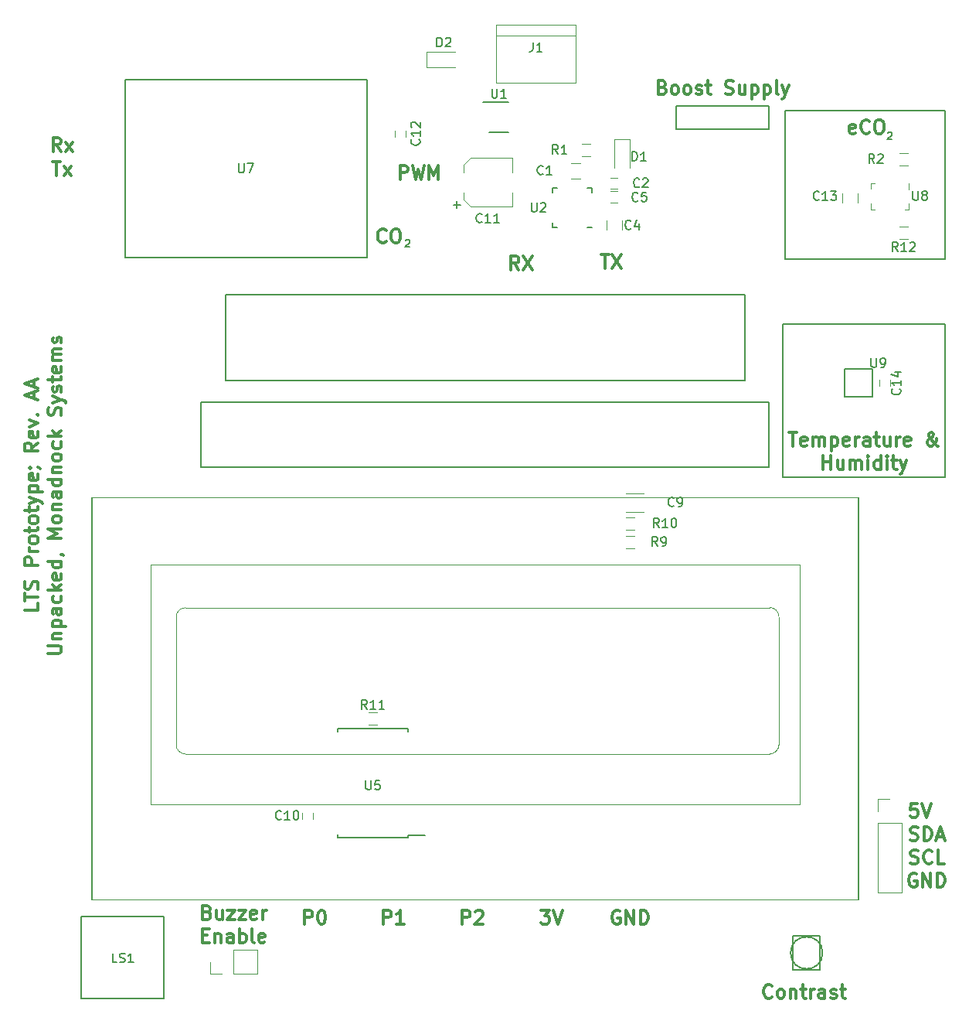
<source format=gbr>
G04 #@! TF.FileFunction,Legend,Top*
%FSLAX46Y46*%
G04 Gerber Fmt 4.6, Leading zero omitted, Abs format (unit mm)*
G04 Created by KiCad (PCBNEW 4.0.7) date Tue Feb 20 19:27:09 2018*
%MOMM*%
%LPD*%
G01*
G04 APERTURE LIST*
%ADD10C,0.025400*%
%ADD11C,0.300000*%
%ADD12C,0.200000*%
%ADD13C,0.190500*%
%ADD14C,0.150000*%
%ADD15C,0.120000*%
%ADD16C,0.100000*%
G04 APERTURE END LIST*
D10*
D11*
X156845143Y-54423571D02*
X157702286Y-54423571D01*
X157273715Y-55923571D02*
X157273715Y-54423571D01*
X158059429Y-54423571D02*
X159059429Y-55923571D01*
X159059429Y-54423571D02*
X158059429Y-55923571D01*
X134798857Y-46144571D02*
X134798857Y-44644571D01*
X135370285Y-44644571D01*
X135513143Y-44716000D01*
X135584571Y-44787429D01*
X135656000Y-44930286D01*
X135656000Y-45144571D01*
X135584571Y-45287429D01*
X135513143Y-45358857D01*
X135370285Y-45430286D01*
X134798857Y-45430286D01*
X136156000Y-44644571D02*
X136513143Y-46144571D01*
X136798857Y-45073143D01*
X137084571Y-46144571D01*
X137441714Y-44644571D01*
X138013143Y-46144571D02*
X138013143Y-44644571D01*
X138513143Y-45716000D01*
X139013143Y-44644571D01*
X139013143Y-46144571D01*
X147832001Y-56050571D02*
X147332001Y-55336286D01*
X146974858Y-56050571D02*
X146974858Y-54550571D01*
X147546286Y-54550571D01*
X147689144Y-54622000D01*
X147760572Y-54693429D01*
X147832001Y-54836286D01*
X147832001Y-55050571D01*
X147760572Y-55193429D01*
X147689144Y-55264857D01*
X147546286Y-55336286D01*
X146974858Y-55336286D01*
X148332001Y-54550571D02*
X149332001Y-56050571D01*
X149332001Y-54550571D02*
X148332001Y-56050571D01*
X96754286Y-44212771D02*
X97611429Y-44212771D01*
X97182858Y-45712771D02*
X97182858Y-44212771D01*
X97968572Y-45712771D02*
X98754286Y-44712771D01*
X97968572Y-44712771D02*
X98754286Y-45712771D01*
X97647143Y-43096571D02*
X97147143Y-42382286D01*
X96790000Y-43096571D02*
X96790000Y-41596571D01*
X97361428Y-41596571D01*
X97504286Y-41668000D01*
X97575714Y-41739429D01*
X97647143Y-41882286D01*
X97647143Y-42096571D01*
X97575714Y-42239429D01*
X97504286Y-42310857D01*
X97361428Y-42382286D01*
X96790000Y-42382286D01*
X98147143Y-43096571D02*
X98932857Y-42096571D01*
X98147143Y-42096571D02*
X98932857Y-43096571D01*
X163608572Y-36087857D02*
X163822858Y-36159286D01*
X163894286Y-36230714D01*
X163965715Y-36373571D01*
X163965715Y-36587857D01*
X163894286Y-36730714D01*
X163822858Y-36802143D01*
X163680000Y-36873571D01*
X163108572Y-36873571D01*
X163108572Y-35373571D01*
X163608572Y-35373571D01*
X163751429Y-35445000D01*
X163822858Y-35516429D01*
X163894286Y-35659286D01*
X163894286Y-35802143D01*
X163822858Y-35945000D01*
X163751429Y-36016429D01*
X163608572Y-36087857D01*
X163108572Y-36087857D01*
X164822858Y-36873571D02*
X164680000Y-36802143D01*
X164608572Y-36730714D01*
X164537143Y-36587857D01*
X164537143Y-36159286D01*
X164608572Y-36016429D01*
X164680000Y-35945000D01*
X164822858Y-35873571D01*
X165037143Y-35873571D01*
X165180000Y-35945000D01*
X165251429Y-36016429D01*
X165322858Y-36159286D01*
X165322858Y-36587857D01*
X165251429Y-36730714D01*
X165180000Y-36802143D01*
X165037143Y-36873571D01*
X164822858Y-36873571D01*
X166180001Y-36873571D02*
X166037143Y-36802143D01*
X165965715Y-36730714D01*
X165894286Y-36587857D01*
X165894286Y-36159286D01*
X165965715Y-36016429D01*
X166037143Y-35945000D01*
X166180001Y-35873571D01*
X166394286Y-35873571D01*
X166537143Y-35945000D01*
X166608572Y-36016429D01*
X166680001Y-36159286D01*
X166680001Y-36587857D01*
X166608572Y-36730714D01*
X166537143Y-36802143D01*
X166394286Y-36873571D01*
X166180001Y-36873571D01*
X167251429Y-36802143D02*
X167394286Y-36873571D01*
X167680001Y-36873571D01*
X167822858Y-36802143D01*
X167894286Y-36659286D01*
X167894286Y-36587857D01*
X167822858Y-36445000D01*
X167680001Y-36373571D01*
X167465715Y-36373571D01*
X167322858Y-36302143D01*
X167251429Y-36159286D01*
X167251429Y-36087857D01*
X167322858Y-35945000D01*
X167465715Y-35873571D01*
X167680001Y-35873571D01*
X167822858Y-35945000D01*
X168322858Y-35873571D02*
X168894287Y-35873571D01*
X168537144Y-35373571D02*
X168537144Y-36659286D01*
X168608572Y-36802143D01*
X168751430Y-36873571D01*
X168894287Y-36873571D01*
X170465715Y-36802143D02*
X170680001Y-36873571D01*
X171037144Y-36873571D01*
X171180001Y-36802143D01*
X171251430Y-36730714D01*
X171322858Y-36587857D01*
X171322858Y-36445000D01*
X171251430Y-36302143D01*
X171180001Y-36230714D01*
X171037144Y-36159286D01*
X170751430Y-36087857D01*
X170608572Y-36016429D01*
X170537144Y-35945000D01*
X170465715Y-35802143D01*
X170465715Y-35659286D01*
X170537144Y-35516429D01*
X170608572Y-35445000D01*
X170751430Y-35373571D01*
X171108572Y-35373571D01*
X171322858Y-35445000D01*
X172608572Y-35873571D02*
X172608572Y-36873571D01*
X171965715Y-35873571D02*
X171965715Y-36659286D01*
X172037143Y-36802143D01*
X172180001Y-36873571D01*
X172394286Y-36873571D01*
X172537143Y-36802143D01*
X172608572Y-36730714D01*
X173322858Y-35873571D02*
X173322858Y-37373571D01*
X173322858Y-35945000D02*
X173465715Y-35873571D01*
X173751429Y-35873571D01*
X173894286Y-35945000D01*
X173965715Y-36016429D01*
X174037144Y-36159286D01*
X174037144Y-36587857D01*
X173965715Y-36730714D01*
X173894286Y-36802143D01*
X173751429Y-36873571D01*
X173465715Y-36873571D01*
X173322858Y-36802143D01*
X174680001Y-35873571D02*
X174680001Y-37373571D01*
X174680001Y-35945000D02*
X174822858Y-35873571D01*
X175108572Y-35873571D01*
X175251429Y-35945000D01*
X175322858Y-36016429D01*
X175394287Y-36159286D01*
X175394287Y-36587857D01*
X175322858Y-36730714D01*
X175251429Y-36802143D01*
X175108572Y-36873571D01*
X174822858Y-36873571D01*
X174680001Y-36802143D01*
X176251430Y-36873571D02*
X176108572Y-36802143D01*
X176037144Y-36659286D01*
X176037144Y-35373571D01*
X176680001Y-35873571D02*
X177037144Y-36873571D01*
X177394286Y-35873571D02*
X177037144Y-36873571D01*
X176894286Y-37230714D01*
X176822858Y-37302143D01*
X176680001Y-37373571D01*
X95161571Y-92593427D02*
X95161571Y-93307713D01*
X93661571Y-93307713D01*
X93661571Y-92307713D02*
X93661571Y-91450570D01*
X95161571Y-91879141D02*
X93661571Y-91879141D01*
X95090143Y-91021999D02*
X95161571Y-90807713D01*
X95161571Y-90450570D01*
X95090143Y-90307713D01*
X95018714Y-90236284D01*
X94875857Y-90164856D01*
X94733000Y-90164856D01*
X94590143Y-90236284D01*
X94518714Y-90307713D01*
X94447286Y-90450570D01*
X94375857Y-90736284D01*
X94304429Y-90879142D01*
X94233000Y-90950570D01*
X94090143Y-91021999D01*
X93947286Y-91021999D01*
X93804429Y-90950570D01*
X93733000Y-90879142D01*
X93661571Y-90736284D01*
X93661571Y-90379142D01*
X93733000Y-90164856D01*
X95161571Y-88379142D02*
X93661571Y-88379142D01*
X93661571Y-87807714D01*
X93733000Y-87664856D01*
X93804429Y-87593428D01*
X93947286Y-87521999D01*
X94161571Y-87521999D01*
X94304429Y-87593428D01*
X94375857Y-87664856D01*
X94447286Y-87807714D01*
X94447286Y-88379142D01*
X95161571Y-86879142D02*
X94161571Y-86879142D01*
X94447286Y-86879142D02*
X94304429Y-86807714D01*
X94233000Y-86736285D01*
X94161571Y-86593428D01*
X94161571Y-86450571D01*
X95161571Y-85736285D02*
X95090143Y-85879143D01*
X95018714Y-85950571D01*
X94875857Y-86022000D01*
X94447286Y-86022000D01*
X94304429Y-85950571D01*
X94233000Y-85879143D01*
X94161571Y-85736285D01*
X94161571Y-85522000D01*
X94233000Y-85379143D01*
X94304429Y-85307714D01*
X94447286Y-85236285D01*
X94875857Y-85236285D01*
X95018714Y-85307714D01*
X95090143Y-85379143D01*
X95161571Y-85522000D01*
X95161571Y-85736285D01*
X94161571Y-84807714D02*
X94161571Y-84236285D01*
X93661571Y-84593428D02*
X94947286Y-84593428D01*
X95090143Y-84522000D01*
X95161571Y-84379142D01*
X95161571Y-84236285D01*
X95161571Y-83521999D02*
X95090143Y-83664857D01*
X95018714Y-83736285D01*
X94875857Y-83807714D01*
X94447286Y-83807714D01*
X94304429Y-83736285D01*
X94233000Y-83664857D01*
X94161571Y-83521999D01*
X94161571Y-83307714D01*
X94233000Y-83164857D01*
X94304429Y-83093428D01*
X94447286Y-83021999D01*
X94875857Y-83021999D01*
X95018714Y-83093428D01*
X95090143Y-83164857D01*
X95161571Y-83307714D01*
X95161571Y-83521999D01*
X94161571Y-82593428D02*
X94161571Y-82021999D01*
X93661571Y-82379142D02*
X94947286Y-82379142D01*
X95090143Y-82307714D01*
X95161571Y-82164856D01*
X95161571Y-82021999D01*
X94161571Y-81664856D02*
X95161571Y-81307713D01*
X94161571Y-80950571D02*
X95161571Y-81307713D01*
X95518714Y-81450571D01*
X95590143Y-81521999D01*
X95661571Y-81664856D01*
X94161571Y-80379142D02*
X95661571Y-80379142D01*
X94233000Y-80379142D02*
X94161571Y-80236285D01*
X94161571Y-79950571D01*
X94233000Y-79807714D01*
X94304429Y-79736285D01*
X94447286Y-79664856D01*
X94875857Y-79664856D01*
X95018714Y-79736285D01*
X95090143Y-79807714D01*
X95161571Y-79950571D01*
X95161571Y-80236285D01*
X95090143Y-80379142D01*
X95090143Y-78450571D02*
X95161571Y-78593428D01*
X95161571Y-78879142D01*
X95090143Y-79021999D01*
X94947286Y-79093428D01*
X94375857Y-79093428D01*
X94233000Y-79021999D01*
X94161571Y-78879142D01*
X94161571Y-78593428D01*
X94233000Y-78450571D01*
X94375857Y-78379142D01*
X94518714Y-78379142D01*
X94661571Y-79093428D01*
X95090143Y-77664857D02*
X95161571Y-77664857D01*
X95304429Y-77736285D01*
X95375857Y-77807714D01*
X94233000Y-77736285D02*
X94304429Y-77664857D01*
X94375857Y-77736285D01*
X94304429Y-77807714D01*
X94233000Y-77736285D01*
X94375857Y-77736285D01*
X95161571Y-75021999D02*
X94447286Y-75521999D01*
X95161571Y-75879142D02*
X93661571Y-75879142D01*
X93661571Y-75307714D01*
X93733000Y-75164856D01*
X93804429Y-75093428D01*
X93947286Y-75021999D01*
X94161571Y-75021999D01*
X94304429Y-75093428D01*
X94375857Y-75164856D01*
X94447286Y-75307714D01*
X94447286Y-75879142D01*
X95090143Y-73807714D02*
X95161571Y-73950571D01*
X95161571Y-74236285D01*
X95090143Y-74379142D01*
X94947286Y-74450571D01*
X94375857Y-74450571D01*
X94233000Y-74379142D01*
X94161571Y-74236285D01*
X94161571Y-73950571D01*
X94233000Y-73807714D01*
X94375857Y-73736285D01*
X94518714Y-73736285D01*
X94661571Y-74450571D01*
X94161571Y-73236285D02*
X95161571Y-72879142D01*
X94161571Y-72522000D01*
X95018714Y-71950571D02*
X95090143Y-71879143D01*
X95161571Y-71950571D01*
X95090143Y-72022000D01*
X95018714Y-71950571D01*
X95161571Y-71950571D01*
X94733000Y-70164857D02*
X94733000Y-69450571D01*
X95161571Y-70307714D02*
X93661571Y-69807714D01*
X95161571Y-69307714D01*
X94733000Y-68879143D02*
X94733000Y-68164857D01*
X95161571Y-69022000D02*
X93661571Y-68522000D01*
X95161571Y-68022000D01*
X96211571Y-98057715D02*
X97425857Y-98057715D01*
X97568714Y-97986287D01*
X97640143Y-97914858D01*
X97711571Y-97772001D01*
X97711571Y-97486287D01*
X97640143Y-97343429D01*
X97568714Y-97272001D01*
X97425857Y-97200572D01*
X96211571Y-97200572D01*
X96711571Y-96486286D02*
X97711571Y-96486286D01*
X96854429Y-96486286D02*
X96783000Y-96414858D01*
X96711571Y-96272000D01*
X96711571Y-96057715D01*
X96783000Y-95914858D01*
X96925857Y-95843429D01*
X97711571Y-95843429D01*
X96711571Y-95129143D02*
X98211571Y-95129143D01*
X96783000Y-95129143D02*
X96711571Y-94986286D01*
X96711571Y-94700572D01*
X96783000Y-94557715D01*
X96854429Y-94486286D01*
X96997286Y-94414857D01*
X97425857Y-94414857D01*
X97568714Y-94486286D01*
X97640143Y-94557715D01*
X97711571Y-94700572D01*
X97711571Y-94986286D01*
X97640143Y-95129143D01*
X97711571Y-93129143D02*
X96925857Y-93129143D01*
X96783000Y-93200572D01*
X96711571Y-93343429D01*
X96711571Y-93629143D01*
X96783000Y-93772000D01*
X97640143Y-93129143D02*
X97711571Y-93272000D01*
X97711571Y-93629143D01*
X97640143Y-93772000D01*
X97497286Y-93843429D01*
X97354429Y-93843429D01*
X97211571Y-93772000D01*
X97140143Y-93629143D01*
X97140143Y-93272000D01*
X97068714Y-93129143D01*
X97640143Y-91772000D02*
X97711571Y-91914857D01*
X97711571Y-92200571D01*
X97640143Y-92343429D01*
X97568714Y-92414857D01*
X97425857Y-92486286D01*
X96997286Y-92486286D01*
X96854429Y-92414857D01*
X96783000Y-92343429D01*
X96711571Y-92200571D01*
X96711571Y-91914857D01*
X96783000Y-91772000D01*
X97711571Y-91129143D02*
X96211571Y-91129143D01*
X97140143Y-90986286D02*
X97711571Y-90557715D01*
X96711571Y-90557715D02*
X97283000Y-91129143D01*
X97640143Y-89343429D02*
X97711571Y-89486286D01*
X97711571Y-89772000D01*
X97640143Y-89914857D01*
X97497286Y-89986286D01*
X96925857Y-89986286D01*
X96783000Y-89914857D01*
X96711571Y-89772000D01*
X96711571Y-89486286D01*
X96783000Y-89343429D01*
X96925857Y-89272000D01*
X97068714Y-89272000D01*
X97211571Y-89986286D01*
X97711571Y-87986286D02*
X96211571Y-87986286D01*
X97640143Y-87986286D02*
X97711571Y-88129143D01*
X97711571Y-88414857D01*
X97640143Y-88557715D01*
X97568714Y-88629143D01*
X97425857Y-88700572D01*
X96997286Y-88700572D01*
X96854429Y-88629143D01*
X96783000Y-88557715D01*
X96711571Y-88414857D01*
X96711571Y-88129143D01*
X96783000Y-87986286D01*
X97640143Y-87200572D02*
X97711571Y-87200572D01*
X97854429Y-87272000D01*
X97925857Y-87343429D01*
X97711571Y-85414857D02*
X96211571Y-85414857D01*
X97283000Y-84914857D01*
X96211571Y-84414857D01*
X97711571Y-84414857D01*
X97711571Y-83486285D02*
X97640143Y-83629143D01*
X97568714Y-83700571D01*
X97425857Y-83772000D01*
X96997286Y-83772000D01*
X96854429Y-83700571D01*
X96783000Y-83629143D01*
X96711571Y-83486285D01*
X96711571Y-83272000D01*
X96783000Y-83129143D01*
X96854429Y-83057714D01*
X96997286Y-82986285D01*
X97425857Y-82986285D01*
X97568714Y-83057714D01*
X97640143Y-83129143D01*
X97711571Y-83272000D01*
X97711571Y-83486285D01*
X96711571Y-82343428D02*
X97711571Y-82343428D01*
X96854429Y-82343428D02*
X96783000Y-82272000D01*
X96711571Y-82129142D01*
X96711571Y-81914857D01*
X96783000Y-81772000D01*
X96925857Y-81700571D01*
X97711571Y-81700571D01*
X97711571Y-80343428D02*
X96925857Y-80343428D01*
X96783000Y-80414857D01*
X96711571Y-80557714D01*
X96711571Y-80843428D01*
X96783000Y-80986285D01*
X97640143Y-80343428D02*
X97711571Y-80486285D01*
X97711571Y-80843428D01*
X97640143Y-80986285D01*
X97497286Y-81057714D01*
X97354429Y-81057714D01*
X97211571Y-80986285D01*
X97140143Y-80843428D01*
X97140143Y-80486285D01*
X97068714Y-80343428D01*
X97711571Y-78986285D02*
X96211571Y-78986285D01*
X97640143Y-78986285D02*
X97711571Y-79129142D01*
X97711571Y-79414856D01*
X97640143Y-79557714D01*
X97568714Y-79629142D01*
X97425857Y-79700571D01*
X96997286Y-79700571D01*
X96854429Y-79629142D01*
X96783000Y-79557714D01*
X96711571Y-79414856D01*
X96711571Y-79129142D01*
X96783000Y-78986285D01*
X96711571Y-78271999D02*
X97711571Y-78271999D01*
X96854429Y-78271999D02*
X96783000Y-78200571D01*
X96711571Y-78057713D01*
X96711571Y-77843428D01*
X96783000Y-77700571D01*
X96925857Y-77629142D01*
X97711571Y-77629142D01*
X97711571Y-76700570D02*
X97640143Y-76843428D01*
X97568714Y-76914856D01*
X97425857Y-76986285D01*
X96997286Y-76986285D01*
X96854429Y-76914856D01*
X96783000Y-76843428D01*
X96711571Y-76700570D01*
X96711571Y-76486285D01*
X96783000Y-76343428D01*
X96854429Y-76271999D01*
X96997286Y-76200570D01*
X97425857Y-76200570D01*
X97568714Y-76271999D01*
X97640143Y-76343428D01*
X97711571Y-76486285D01*
X97711571Y-76700570D01*
X97640143Y-74914856D02*
X97711571Y-75057713D01*
X97711571Y-75343427D01*
X97640143Y-75486285D01*
X97568714Y-75557713D01*
X97425857Y-75629142D01*
X96997286Y-75629142D01*
X96854429Y-75557713D01*
X96783000Y-75486285D01*
X96711571Y-75343427D01*
X96711571Y-75057713D01*
X96783000Y-74914856D01*
X97711571Y-74271999D02*
X96211571Y-74271999D01*
X97140143Y-74129142D02*
X97711571Y-73700571D01*
X96711571Y-73700571D02*
X97283000Y-74271999D01*
X97640143Y-71986285D02*
X97711571Y-71771999D01*
X97711571Y-71414856D01*
X97640143Y-71271999D01*
X97568714Y-71200570D01*
X97425857Y-71129142D01*
X97283000Y-71129142D01*
X97140143Y-71200570D01*
X97068714Y-71271999D01*
X96997286Y-71414856D01*
X96925857Y-71700570D01*
X96854429Y-71843428D01*
X96783000Y-71914856D01*
X96640143Y-71986285D01*
X96497286Y-71986285D01*
X96354429Y-71914856D01*
X96283000Y-71843428D01*
X96211571Y-71700570D01*
X96211571Y-71343428D01*
X96283000Y-71129142D01*
X96711571Y-70629142D02*
X97711571Y-70271999D01*
X96711571Y-69914857D02*
X97711571Y-70271999D01*
X98068714Y-70414857D01*
X98140143Y-70486285D01*
X98211571Y-70629142D01*
X97640143Y-69414857D02*
X97711571Y-69272000D01*
X97711571Y-68986285D01*
X97640143Y-68843428D01*
X97497286Y-68772000D01*
X97425857Y-68772000D01*
X97283000Y-68843428D01*
X97211571Y-68986285D01*
X97211571Y-69200571D01*
X97140143Y-69343428D01*
X96997286Y-69414857D01*
X96925857Y-69414857D01*
X96783000Y-69343428D01*
X96711571Y-69200571D01*
X96711571Y-68986285D01*
X96783000Y-68843428D01*
X96711571Y-68343428D02*
X96711571Y-67771999D01*
X96211571Y-68129142D02*
X97497286Y-68129142D01*
X97640143Y-68057714D01*
X97711571Y-67914856D01*
X97711571Y-67771999D01*
X97640143Y-66700571D02*
X97711571Y-66843428D01*
X97711571Y-67129142D01*
X97640143Y-67271999D01*
X97497286Y-67343428D01*
X96925857Y-67343428D01*
X96783000Y-67271999D01*
X96711571Y-67129142D01*
X96711571Y-66843428D01*
X96783000Y-66700571D01*
X96925857Y-66629142D01*
X97068714Y-66629142D01*
X97211571Y-67343428D01*
X97711571Y-65986285D02*
X96711571Y-65986285D01*
X96854429Y-65986285D02*
X96783000Y-65914857D01*
X96711571Y-65771999D01*
X96711571Y-65557714D01*
X96783000Y-65414857D01*
X96925857Y-65343428D01*
X97711571Y-65343428D01*
X96925857Y-65343428D02*
X96783000Y-65271999D01*
X96711571Y-65129142D01*
X96711571Y-64914857D01*
X96783000Y-64771999D01*
X96925857Y-64700571D01*
X97711571Y-64700571D01*
X97640143Y-64057714D02*
X97711571Y-63914857D01*
X97711571Y-63629142D01*
X97640143Y-63486285D01*
X97497286Y-63414857D01*
X97425857Y-63414857D01*
X97283000Y-63486285D01*
X97211571Y-63629142D01*
X97211571Y-63843428D01*
X97140143Y-63986285D01*
X96997286Y-64057714D01*
X96925857Y-64057714D01*
X96783000Y-63986285D01*
X96711571Y-63843428D01*
X96711571Y-63629142D01*
X96783000Y-63486285D01*
D12*
X194564000Y-61976000D02*
X192786000Y-61976000D01*
X194564000Y-78740000D02*
X194564000Y-76454000D01*
X191262000Y-78740000D02*
X194564000Y-78740000D01*
X176784000Y-78740000D02*
X176784000Y-76454000D01*
X176784000Y-61976000D02*
X178308000Y-61976000D01*
D11*
X158877143Y-126250000D02*
X158734286Y-126178571D01*
X158520000Y-126178571D01*
X158305715Y-126250000D01*
X158162857Y-126392857D01*
X158091429Y-126535714D01*
X158020000Y-126821429D01*
X158020000Y-127035714D01*
X158091429Y-127321429D01*
X158162857Y-127464286D01*
X158305715Y-127607143D01*
X158520000Y-127678571D01*
X158662857Y-127678571D01*
X158877143Y-127607143D01*
X158948572Y-127535714D01*
X158948572Y-127035714D01*
X158662857Y-127035714D01*
X159591429Y-127678571D02*
X159591429Y-126178571D01*
X160448572Y-127678571D01*
X160448572Y-126178571D01*
X161162858Y-127678571D02*
X161162858Y-126178571D01*
X161520001Y-126178571D01*
X161734286Y-126250000D01*
X161877144Y-126392857D01*
X161948572Y-126535714D01*
X162020001Y-126821429D01*
X162020001Y-127035714D01*
X161948572Y-127321429D01*
X161877144Y-127464286D01*
X161734286Y-127607143D01*
X161520001Y-127678571D01*
X161162858Y-127678571D01*
X150241144Y-126178571D02*
X151169715Y-126178571D01*
X150669715Y-126750000D01*
X150884001Y-126750000D01*
X151026858Y-126821429D01*
X151098287Y-126892857D01*
X151169715Y-127035714D01*
X151169715Y-127392857D01*
X151098287Y-127535714D01*
X151026858Y-127607143D01*
X150884001Y-127678571D01*
X150455429Y-127678571D01*
X150312572Y-127607143D01*
X150241144Y-127535714D01*
X151598286Y-126178571D02*
X152098286Y-127678571D01*
X152598286Y-126178571D01*
X141640858Y-127678571D02*
X141640858Y-126178571D01*
X142212286Y-126178571D01*
X142355144Y-126250000D01*
X142426572Y-126321429D01*
X142498001Y-126464286D01*
X142498001Y-126678571D01*
X142426572Y-126821429D01*
X142355144Y-126892857D01*
X142212286Y-126964286D01*
X141640858Y-126964286D01*
X143069429Y-126321429D02*
X143140858Y-126250000D01*
X143283715Y-126178571D01*
X143640858Y-126178571D01*
X143783715Y-126250000D01*
X143855144Y-126321429D01*
X143926572Y-126464286D01*
X143926572Y-126607143D01*
X143855144Y-126821429D01*
X142998001Y-127678571D01*
X143926572Y-127678571D01*
X133004858Y-127678571D02*
X133004858Y-126178571D01*
X133576286Y-126178571D01*
X133719144Y-126250000D01*
X133790572Y-126321429D01*
X133862001Y-126464286D01*
X133862001Y-126678571D01*
X133790572Y-126821429D01*
X133719144Y-126892857D01*
X133576286Y-126964286D01*
X133004858Y-126964286D01*
X135290572Y-127678571D02*
X134433429Y-127678571D01*
X134862001Y-127678571D02*
X134862001Y-126178571D01*
X134719144Y-126392857D01*
X134576286Y-126535714D01*
X134433429Y-126607143D01*
X124368858Y-127678571D02*
X124368858Y-126178571D01*
X124940286Y-126178571D01*
X125083144Y-126250000D01*
X125154572Y-126321429D01*
X125226001Y-126464286D01*
X125226001Y-126678571D01*
X125154572Y-126821429D01*
X125083144Y-126892857D01*
X124940286Y-126964286D01*
X124368858Y-126964286D01*
X126154572Y-126178571D02*
X126297429Y-126178571D01*
X126440286Y-126250000D01*
X126511715Y-126321429D01*
X126583144Y-126464286D01*
X126654572Y-126750000D01*
X126654572Y-127107143D01*
X126583144Y-127392857D01*
X126511715Y-127535714D01*
X126440286Y-127607143D01*
X126297429Y-127678571D01*
X126154572Y-127678571D01*
X126011715Y-127607143D01*
X125940286Y-127535714D01*
X125868858Y-127392857D01*
X125797429Y-127107143D01*
X125797429Y-126750000D01*
X125868858Y-126464286D01*
X125940286Y-126321429D01*
X126011715Y-126250000D01*
X126154572Y-126178571D01*
D13*
X135418286Y-52842886D02*
X135454572Y-52806600D01*
X135527143Y-52770314D01*
X135708572Y-52770314D01*
X135781143Y-52806600D01*
X135817429Y-52842886D01*
X135853714Y-52915457D01*
X135853714Y-52988029D01*
X135817429Y-53096886D01*
X135382000Y-53532314D01*
X135853714Y-53532314D01*
D11*
X133282572Y-52961314D02*
X133211143Y-53032743D01*
X132996857Y-53104171D01*
X132854000Y-53104171D01*
X132639715Y-53032743D01*
X132496857Y-52889886D01*
X132425429Y-52747029D01*
X132354000Y-52461314D01*
X132354000Y-52247029D01*
X132425429Y-51961314D01*
X132496857Y-51818457D01*
X132639715Y-51675600D01*
X132854000Y-51604171D01*
X132996857Y-51604171D01*
X133211143Y-51675600D01*
X133282572Y-51747029D01*
X134211143Y-51604171D02*
X134496857Y-51604171D01*
X134639715Y-51675600D01*
X134782572Y-51818457D01*
X134854000Y-52104171D01*
X134854000Y-52604171D01*
X134782572Y-52889886D01*
X134639715Y-53032743D01*
X134496857Y-53104171D01*
X134211143Y-53104171D01*
X134068286Y-53032743D01*
X133925429Y-52889886D01*
X133854000Y-52604171D01*
X133854000Y-52104171D01*
X133925429Y-51818457D01*
X134068286Y-51675600D01*
X134211143Y-51604171D01*
D12*
X194564000Y-38608000D02*
X177038000Y-38608000D01*
X194564000Y-54864000D02*
X194564000Y-38608000D01*
X177038000Y-54864000D02*
X194564000Y-54864000D01*
X177038000Y-38608000D02*
X177038000Y-54864000D01*
D11*
X177424001Y-73849571D02*
X178281144Y-73849571D01*
X177852573Y-75349571D02*
X177852573Y-73849571D01*
X179352572Y-75278143D02*
X179209715Y-75349571D01*
X178924001Y-75349571D01*
X178781144Y-75278143D01*
X178709715Y-75135286D01*
X178709715Y-74563857D01*
X178781144Y-74421000D01*
X178924001Y-74349571D01*
X179209715Y-74349571D01*
X179352572Y-74421000D01*
X179424001Y-74563857D01*
X179424001Y-74706714D01*
X178709715Y-74849571D01*
X180066858Y-75349571D02*
X180066858Y-74349571D01*
X180066858Y-74492429D02*
X180138286Y-74421000D01*
X180281144Y-74349571D01*
X180495429Y-74349571D01*
X180638286Y-74421000D01*
X180709715Y-74563857D01*
X180709715Y-75349571D01*
X180709715Y-74563857D02*
X180781144Y-74421000D01*
X180924001Y-74349571D01*
X181138286Y-74349571D01*
X181281144Y-74421000D01*
X181352572Y-74563857D01*
X181352572Y-75349571D01*
X182066858Y-74349571D02*
X182066858Y-75849571D01*
X182066858Y-74421000D02*
X182209715Y-74349571D01*
X182495429Y-74349571D01*
X182638286Y-74421000D01*
X182709715Y-74492429D01*
X182781144Y-74635286D01*
X182781144Y-75063857D01*
X182709715Y-75206714D01*
X182638286Y-75278143D01*
X182495429Y-75349571D01*
X182209715Y-75349571D01*
X182066858Y-75278143D01*
X183995429Y-75278143D02*
X183852572Y-75349571D01*
X183566858Y-75349571D01*
X183424001Y-75278143D01*
X183352572Y-75135286D01*
X183352572Y-74563857D01*
X183424001Y-74421000D01*
X183566858Y-74349571D01*
X183852572Y-74349571D01*
X183995429Y-74421000D01*
X184066858Y-74563857D01*
X184066858Y-74706714D01*
X183352572Y-74849571D01*
X184709715Y-75349571D02*
X184709715Y-74349571D01*
X184709715Y-74635286D02*
X184781143Y-74492429D01*
X184852572Y-74421000D01*
X184995429Y-74349571D01*
X185138286Y-74349571D01*
X186281143Y-75349571D02*
X186281143Y-74563857D01*
X186209714Y-74421000D01*
X186066857Y-74349571D01*
X185781143Y-74349571D01*
X185638286Y-74421000D01*
X186281143Y-75278143D02*
X186138286Y-75349571D01*
X185781143Y-75349571D01*
X185638286Y-75278143D01*
X185566857Y-75135286D01*
X185566857Y-74992429D01*
X185638286Y-74849571D01*
X185781143Y-74778143D01*
X186138286Y-74778143D01*
X186281143Y-74706714D01*
X186781143Y-74349571D02*
X187352572Y-74349571D01*
X186995429Y-73849571D02*
X186995429Y-75135286D01*
X187066857Y-75278143D01*
X187209715Y-75349571D01*
X187352572Y-75349571D01*
X188495429Y-74349571D02*
X188495429Y-75349571D01*
X187852572Y-74349571D02*
X187852572Y-75135286D01*
X187924000Y-75278143D01*
X188066858Y-75349571D01*
X188281143Y-75349571D01*
X188424000Y-75278143D01*
X188495429Y-75206714D01*
X189209715Y-75349571D02*
X189209715Y-74349571D01*
X189209715Y-74635286D02*
X189281143Y-74492429D01*
X189352572Y-74421000D01*
X189495429Y-74349571D01*
X189638286Y-74349571D01*
X190709714Y-75278143D02*
X190566857Y-75349571D01*
X190281143Y-75349571D01*
X190138286Y-75278143D01*
X190066857Y-75135286D01*
X190066857Y-74563857D01*
X190138286Y-74421000D01*
X190281143Y-74349571D01*
X190566857Y-74349571D01*
X190709714Y-74421000D01*
X190781143Y-74563857D01*
X190781143Y-74706714D01*
X190066857Y-74849571D01*
X193781143Y-75349571D02*
X193709714Y-75349571D01*
X193566857Y-75278143D01*
X193352571Y-75063857D01*
X192995428Y-74635286D01*
X192852571Y-74421000D01*
X192781143Y-74206714D01*
X192781143Y-74063857D01*
X192852571Y-73921000D01*
X192995428Y-73849571D01*
X193066857Y-73849571D01*
X193209714Y-73921000D01*
X193281143Y-74063857D01*
X193281143Y-74135286D01*
X193209714Y-74278143D01*
X193138285Y-74349571D01*
X192709714Y-74635286D01*
X192638285Y-74706714D01*
X192566857Y-74849571D01*
X192566857Y-75063857D01*
X192638285Y-75206714D01*
X192709714Y-75278143D01*
X192852571Y-75349571D01*
X193066857Y-75349571D01*
X193209714Y-75278143D01*
X193281143Y-75206714D01*
X193495428Y-74921000D01*
X193566857Y-74706714D01*
X193566857Y-74563857D01*
X181174000Y-77899571D02*
X181174000Y-76399571D01*
X181174000Y-77113857D02*
X182031143Y-77113857D01*
X182031143Y-77899571D02*
X182031143Y-76399571D01*
X183388286Y-76899571D02*
X183388286Y-77899571D01*
X182745429Y-76899571D02*
X182745429Y-77685286D01*
X182816857Y-77828143D01*
X182959715Y-77899571D01*
X183174000Y-77899571D01*
X183316857Y-77828143D01*
X183388286Y-77756714D01*
X184102572Y-77899571D02*
X184102572Y-76899571D01*
X184102572Y-77042429D02*
X184174000Y-76971000D01*
X184316858Y-76899571D01*
X184531143Y-76899571D01*
X184674000Y-76971000D01*
X184745429Y-77113857D01*
X184745429Y-77899571D01*
X184745429Y-77113857D02*
X184816858Y-76971000D01*
X184959715Y-76899571D01*
X185174000Y-76899571D01*
X185316858Y-76971000D01*
X185388286Y-77113857D01*
X185388286Y-77899571D01*
X186102572Y-77899571D02*
X186102572Y-76899571D01*
X186102572Y-76399571D02*
X186031143Y-76471000D01*
X186102572Y-76542429D01*
X186174000Y-76471000D01*
X186102572Y-76399571D01*
X186102572Y-76542429D01*
X187459715Y-77899571D02*
X187459715Y-76399571D01*
X187459715Y-77828143D02*
X187316858Y-77899571D01*
X187031144Y-77899571D01*
X186888286Y-77828143D01*
X186816858Y-77756714D01*
X186745429Y-77613857D01*
X186745429Y-77185286D01*
X186816858Y-77042429D01*
X186888286Y-76971000D01*
X187031144Y-76899571D01*
X187316858Y-76899571D01*
X187459715Y-76971000D01*
X188174001Y-77899571D02*
X188174001Y-76899571D01*
X188174001Y-76399571D02*
X188102572Y-76471000D01*
X188174001Y-76542429D01*
X188245429Y-76471000D01*
X188174001Y-76399571D01*
X188174001Y-76542429D01*
X188674001Y-76899571D02*
X189245430Y-76899571D01*
X188888287Y-76399571D02*
X188888287Y-77685286D01*
X188959715Y-77828143D01*
X189102573Y-77899571D01*
X189245430Y-77899571D01*
X189602573Y-76899571D02*
X189959716Y-77899571D01*
X190316858Y-76899571D02*
X189959716Y-77899571D01*
X189816858Y-78256714D01*
X189745430Y-78328143D01*
X189602573Y-78399571D01*
D12*
X176784000Y-76454000D02*
X176784000Y-61976000D01*
X191262000Y-78740000D02*
X176784000Y-78740000D01*
X194564000Y-61976000D02*
X194564000Y-76454000D01*
X178308000Y-61976000D02*
X192786000Y-61976000D01*
D13*
X188250286Y-41057286D02*
X188286572Y-41021000D01*
X188359143Y-40984714D01*
X188540572Y-40984714D01*
X188613143Y-41021000D01*
X188649429Y-41057286D01*
X188685714Y-41129857D01*
X188685714Y-41202429D01*
X188649429Y-41311286D01*
X188214000Y-41746714D01*
X188685714Y-41746714D01*
D11*
X184678000Y-41069343D02*
X184535143Y-41140771D01*
X184249429Y-41140771D01*
X184106572Y-41069343D01*
X184035143Y-40926486D01*
X184035143Y-40355057D01*
X184106572Y-40212200D01*
X184249429Y-40140771D01*
X184535143Y-40140771D01*
X184678000Y-40212200D01*
X184749429Y-40355057D01*
X184749429Y-40497914D01*
X184035143Y-40640771D01*
X186249429Y-40997914D02*
X186178000Y-41069343D01*
X185963714Y-41140771D01*
X185820857Y-41140771D01*
X185606572Y-41069343D01*
X185463714Y-40926486D01*
X185392286Y-40783629D01*
X185320857Y-40497914D01*
X185320857Y-40283629D01*
X185392286Y-39997914D01*
X185463714Y-39855057D01*
X185606572Y-39712200D01*
X185820857Y-39640771D01*
X185963714Y-39640771D01*
X186178000Y-39712200D01*
X186249429Y-39783629D01*
X187178000Y-39640771D02*
X187463714Y-39640771D01*
X187606572Y-39712200D01*
X187749429Y-39855057D01*
X187820857Y-40140771D01*
X187820857Y-40640771D01*
X187749429Y-40926486D01*
X187606572Y-41069343D01*
X187463714Y-41140771D01*
X187178000Y-41140771D01*
X187035143Y-41069343D01*
X186892286Y-40926486D01*
X186820857Y-40640771D01*
X186820857Y-40140771D01*
X186892286Y-39855057D01*
X187035143Y-39712200D01*
X187178000Y-39640771D01*
X175570000Y-135663714D02*
X175498571Y-135735143D01*
X175284285Y-135806571D01*
X175141428Y-135806571D01*
X174927143Y-135735143D01*
X174784285Y-135592286D01*
X174712857Y-135449429D01*
X174641428Y-135163714D01*
X174641428Y-134949429D01*
X174712857Y-134663714D01*
X174784285Y-134520857D01*
X174927143Y-134378000D01*
X175141428Y-134306571D01*
X175284285Y-134306571D01*
X175498571Y-134378000D01*
X175570000Y-134449429D01*
X176427143Y-135806571D02*
X176284285Y-135735143D01*
X176212857Y-135663714D01*
X176141428Y-135520857D01*
X176141428Y-135092286D01*
X176212857Y-134949429D01*
X176284285Y-134878000D01*
X176427143Y-134806571D01*
X176641428Y-134806571D01*
X176784285Y-134878000D01*
X176855714Y-134949429D01*
X176927143Y-135092286D01*
X176927143Y-135520857D01*
X176855714Y-135663714D01*
X176784285Y-135735143D01*
X176641428Y-135806571D01*
X176427143Y-135806571D01*
X177570000Y-134806571D02*
X177570000Y-135806571D01*
X177570000Y-134949429D02*
X177641428Y-134878000D01*
X177784286Y-134806571D01*
X177998571Y-134806571D01*
X178141428Y-134878000D01*
X178212857Y-135020857D01*
X178212857Y-135806571D01*
X178712857Y-134806571D02*
X179284286Y-134806571D01*
X178927143Y-134306571D02*
X178927143Y-135592286D01*
X178998571Y-135735143D01*
X179141429Y-135806571D01*
X179284286Y-135806571D01*
X179784286Y-135806571D02*
X179784286Y-134806571D01*
X179784286Y-135092286D02*
X179855714Y-134949429D01*
X179927143Y-134878000D01*
X180070000Y-134806571D01*
X180212857Y-134806571D01*
X181355714Y-135806571D02*
X181355714Y-135020857D01*
X181284285Y-134878000D01*
X181141428Y-134806571D01*
X180855714Y-134806571D01*
X180712857Y-134878000D01*
X181355714Y-135735143D02*
X181212857Y-135806571D01*
X180855714Y-135806571D01*
X180712857Y-135735143D01*
X180641428Y-135592286D01*
X180641428Y-135449429D01*
X180712857Y-135306571D01*
X180855714Y-135235143D01*
X181212857Y-135235143D01*
X181355714Y-135163714D01*
X181998571Y-135735143D02*
X182141428Y-135806571D01*
X182427143Y-135806571D01*
X182570000Y-135735143D01*
X182641428Y-135592286D01*
X182641428Y-135520857D01*
X182570000Y-135378000D01*
X182427143Y-135306571D01*
X182212857Y-135306571D01*
X182070000Y-135235143D01*
X181998571Y-135092286D01*
X181998571Y-135020857D01*
X182070000Y-134878000D01*
X182212857Y-134806571D01*
X182427143Y-134806571D01*
X182570000Y-134878000D01*
X183070000Y-134806571D02*
X183641429Y-134806571D01*
X183284286Y-134306571D02*
X183284286Y-135592286D01*
X183355714Y-135735143D01*
X183498572Y-135806571D01*
X183641429Y-135806571D01*
X191389143Y-122186000D02*
X191246286Y-122114571D01*
X191032000Y-122114571D01*
X190817715Y-122186000D01*
X190674857Y-122328857D01*
X190603429Y-122471714D01*
X190532000Y-122757429D01*
X190532000Y-122971714D01*
X190603429Y-123257429D01*
X190674857Y-123400286D01*
X190817715Y-123543143D01*
X191032000Y-123614571D01*
X191174857Y-123614571D01*
X191389143Y-123543143D01*
X191460572Y-123471714D01*
X191460572Y-122971714D01*
X191174857Y-122971714D01*
X192103429Y-123614571D02*
X192103429Y-122114571D01*
X192960572Y-123614571D01*
X192960572Y-122114571D01*
X193674858Y-123614571D02*
X193674858Y-122114571D01*
X194032001Y-122114571D01*
X194246286Y-122186000D01*
X194389144Y-122328857D01*
X194460572Y-122471714D01*
X194532001Y-122757429D01*
X194532001Y-122971714D01*
X194460572Y-123257429D01*
X194389144Y-123400286D01*
X194246286Y-123543143D01*
X194032001Y-123614571D01*
X193674858Y-123614571D01*
X190746286Y-121003143D02*
X190960572Y-121074571D01*
X191317715Y-121074571D01*
X191460572Y-121003143D01*
X191532001Y-120931714D01*
X191603429Y-120788857D01*
X191603429Y-120646000D01*
X191532001Y-120503143D01*
X191460572Y-120431714D01*
X191317715Y-120360286D01*
X191032001Y-120288857D01*
X190889143Y-120217429D01*
X190817715Y-120146000D01*
X190746286Y-120003143D01*
X190746286Y-119860286D01*
X190817715Y-119717429D01*
X190889143Y-119646000D01*
X191032001Y-119574571D01*
X191389143Y-119574571D01*
X191603429Y-119646000D01*
X193103429Y-120931714D02*
X193032000Y-121003143D01*
X192817714Y-121074571D01*
X192674857Y-121074571D01*
X192460572Y-121003143D01*
X192317714Y-120860286D01*
X192246286Y-120717429D01*
X192174857Y-120431714D01*
X192174857Y-120217429D01*
X192246286Y-119931714D01*
X192317714Y-119788857D01*
X192460572Y-119646000D01*
X192674857Y-119574571D01*
X192817714Y-119574571D01*
X193032000Y-119646000D01*
X193103429Y-119717429D01*
X194460572Y-121074571D02*
X193746286Y-121074571D01*
X193746286Y-119574571D01*
X190710572Y-118463143D02*
X190924858Y-118534571D01*
X191282001Y-118534571D01*
X191424858Y-118463143D01*
X191496287Y-118391714D01*
X191567715Y-118248857D01*
X191567715Y-118106000D01*
X191496287Y-117963143D01*
X191424858Y-117891714D01*
X191282001Y-117820286D01*
X190996287Y-117748857D01*
X190853429Y-117677429D01*
X190782001Y-117606000D01*
X190710572Y-117463143D01*
X190710572Y-117320286D01*
X190782001Y-117177429D01*
X190853429Y-117106000D01*
X190996287Y-117034571D01*
X191353429Y-117034571D01*
X191567715Y-117106000D01*
X192210572Y-118534571D02*
X192210572Y-117034571D01*
X192567715Y-117034571D01*
X192782000Y-117106000D01*
X192924858Y-117248857D01*
X192996286Y-117391714D01*
X193067715Y-117677429D01*
X193067715Y-117891714D01*
X192996286Y-118177429D01*
X192924858Y-118320286D01*
X192782000Y-118463143D01*
X192567715Y-118534571D01*
X192210572Y-118534571D01*
X193639143Y-118106000D02*
X194353429Y-118106000D01*
X193496286Y-118534571D02*
X193996286Y-117034571D01*
X194496286Y-118534571D01*
X191484287Y-114494571D02*
X190770001Y-114494571D01*
X190698572Y-115208857D01*
X190770001Y-115137429D01*
X190912858Y-115066000D01*
X191270001Y-115066000D01*
X191412858Y-115137429D01*
X191484287Y-115208857D01*
X191555715Y-115351714D01*
X191555715Y-115708857D01*
X191484287Y-115851714D01*
X191412858Y-115923143D01*
X191270001Y-115994571D01*
X190912858Y-115994571D01*
X190770001Y-115923143D01*
X190698572Y-115851714D01*
X191984286Y-114494571D02*
X192484286Y-115994571D01*
X192984286Y-114494571D01*
X113693143Y-126379857D02*
X113907429Y-126451286D01*
X113978857Y-126522714D01*
X114050286Y-126665571D01*
X114050286Y-126879857D01*
X113978857Y-127022714D01*
X113907429Y-127094143D01*
X113764571Y-127165571D01*
X113193143Y-127165571D01*
X113193143Y-125665571D01*
X113693143Y-125665571D01*
X113836000Y-125737000D01*
X113907429Y-125808429D01*
X113978857Y-125951286D01*
X113978857Y-126094143D01*
X113907429Y-126237000D01*
X113836000Y-126308429D01*
X113693143Y-126379857D01*
X113193143Y-126379857D01*
X115336000Y-126165571D02*
X115336000Y-127165571D01*
X114693143Y-126165571D02*
X114693143Y-126951286D01*
X114764571Y-127094143D01*
X114907429Y-127165571D01*
X115121714Y-127165571D01*
X115264571Y-127094143D01*
X115336000Y-127022714D01*
X115907429Y-126165571D02*
X116693143Y-126165571D01*
X115907429Y-127165571D01*
X116693143Y-127165571D01*
X117121715Y-126165571D02*
X117907429Y-126165571D01*
X117121715Y-127165571D01*
X117907429Y-127165571D01*
X119050286Y-127094143D02*
X118907429Y-127165571D01*
X118621715Y-127165571D01*
X118478858Y-127094143D01*
X118407429Y-126951286D01*
X118407429Y-126379857D01*
X118478858Y-126237000D01*
X118621715Y-126165571D01*
X118907429Y-126165571D01*
X119050286Y-126237000D01*
X119121715Y-126379857D01*
X119121715Y-126522714D01*
X118407429Y-126665571D01*
X119764572Y-127165571D02*
X119764572Y-126165571D01*
X119764572Y-126451286D02*
X119836000Y-126308429D01*
X119907429Y-126237000D01*
X120050286Y-126165571D01*
X120193143Y-126165571D01*
X113193143Y-128929857D02*
X113693143Y-128929857D01*
X113907429Y-129715571D02*
X113193143Y-129715571D01*
X113193143Y-128215571D01*
X113907429Y-128215571D01*
X114550286Y-128715571D02*
X114550286Y-129715571D01*
X114550286Y-128858429D02*
X114621714Y-128787000D01*
X114764572Y-128715571D01*
X114978857Y-128715571D01*
X115121714Y-128787000D01*
X115193143Y-128929857D01*
X115193143Y-129715571D01*
X116550286Y-129715571D02*
X116550286Y-128929857D01*
X116478857Y-128787000D01*
X116336000Y-128715571D01*
X116050286Y-128715571D01*
X115907429Y-128787000D01*
X116550286Y-129644143D02*
X116407429Y-129715571D01*
X116050286Y-129715571D01*
X115907429Y-129644143D01*
X115836000Y-129501286D01*
X115836000Y-129358429D01*
X115907429Y-129215571D01*
X116050286Y-129144143D01*
X116407429Y-129144143D01*
X116550286Y-129072714D01*
X117264572Y-129715571D02*
X117264572Y-128215571D01*
X117264572Y-128787000D02*
X117407429Y-128715571D01*
X117693143Y-128715571D01*
X117836000Y-128787000D01*
X117907429Y-128858429D01*
X117978858Y-129001286D01*
X117978858Y-129429857D01*
X117907429Y-129572714D01*
X117836000Y-129644143D01*
X117693143Y-129715571D01*
X117407429Y-129715571D01*
X117264572Y-129644143D01*
X118836001Y-129715571D02*
X118693143Y-129644143D01*
X118621715Y-129501286D01*
X118621715Y-128215571D01*
X119978857Y-129644143D02*
X119836000Y-129715571D01*
X119550286Y-129715571D01*
X119407429Y-129644143D01*
X119336000Y-129501286D01*
X119336000Y-128929857D01*
X119407429Y-128787000D01*
X119550286Y-128715571D01*
X119836000Y-128715571D01*
X119978857Y-128787000D01*
X120050286Y-128929857D01*
X120050286Y-129072714D01*
X119336000Y-129215571D01*
D14*
X175260000Y-40640000D02*
X165100000Y-40640000D01*
X175260000Y-38100000D02*
X175260000Y-40640000D01*
X165100000Y-38100000D02*
X175260000Y-38100000D01*
X165100000Y-40640000D02*
X165100000Y-38100000D01*
X175209200Y-70535800D02*
X113030000Y-70535800D01*
X175209200Y-77647800D02*
X175209200Y-70535800D01*
X113030000Y-77647800D02*
X175209200Y-77647800D01*
X113030000Y-70535800D02*
X113030000Y-77647800D01*
D15*
X161528000Y-80514000D02*
X159528000Y-80514000D01*
X159528000Y-82554000D02*
X161528000Y-82554000D01*
X154057600Y-29218600D02*
X145357600Y-29218600D01*
X154057600Y-35628600D02*
X145357600Y-35628600D01*
X145357600Y-35628600D02*
X145357600Y-29218600D01*
X145357600Y-30448600D02*
X154057600Y-30448600D01*
X154057600Y-29218600D02*
X154057600Y-35628600D01*
D14*
X185052001Y-80968000D02*
X185052001Y-124968000D01*
X101052001Y-124968000D02*
X101052001Y-80968000D01*
D15*
X101052001Y-80968000D02*
X185052001Y-80968000D01*
X185052001Y-124968000D02*
X101052001Y-124968000D01*
X145822001Y-125026000D02*
X142822001Y-125026000D01*
X110292001Y-108058000D02*
X110292001Y-94058000D01*
X175322001Y-109058000D02*
X111322001Y-109058000D01*
X176322001Y-94058000D02*
X176322001Y-108058000D01*
X111322001Y-93058000D02*
X175322001Y-93058000D01*
X176317401Y-94035060D02*
G75*
G03X175316641Y-93034300I-1000760J0D01*
G01*
X175326641Y-109053760D02*
G75*
G03X176324861Y-108055540I0J998220D01*
G01*
X110288041Y-108065540D02*
G75*
G03X111286261Y-109063760I998220J0D01*
G01*
X111296261Y-93054300D02*
G75*
G03X110295501Y-94055060I0J-1000760D01*
G01*
X107452001Y-88318000D02*
X178652001Y-88318000D01*
X178652001Y-88318000D02*
X178652001Y-114618000D01*
X178652001Y-114618000D02*
X107452001Y-114618000D01*
X107452001Y-114618000D02*
X107452001Y-88318000D01*
X153551000Y-46062000D02*
X154551000Y-46062000D01*
X154551000Y-44362000D02*
X153551000Y-44362000D01*
X157892000Y-45983600D02*
X158592000Y-45983600D01*
X158592000Y-47183600D02*
X157892000Y-47183600D01*
X159142800Y-51655601D02*
X159142800Y-50655601D01*
X157442800Y-50655601D02*
X157442800Y-51655601D01*
X157892000Y-47482201D02*
X158592000Y-47482201D01*
X158592000Y-48682201D02*
X157892000Y-48682201D01*
X124114000Y-116174000D02*
X124114000Y-115474000D01*
X125314000Y-115474000D02*
X125314000Y-116174000D01*
X135474000Y-40798000D02*
X135474000Y-41498000D01*
X134274000Y-41498000D02*
X134274000Y-40798000D01*
X185001194Y-48680644D02*
X185001194Y-47680644D01*
X183301194Y-47680644D02*
X183301194Y-48680644D01*
X188560000Y-68103000D02*
X188560000Y-68803000D01*
X187360000Y-68803000D02*
X187360000Y-68103000D01*
X159981000Y-41788000D02*
X158281000Y-41788000D01*
X158281000Y-41788000D02*
X158281000Y-44938000D01*
X159981000Y-41788000D02*
X159981000Y-44938000D01*
X155694000Y-43606000D02*
X154694000Y-43606000D01*
X154694000Y-42246000D02*
X155694000Y-42246000D01*
X160520000Y-86532000D02*
X159520000Y-86532000D01*
X159520000Y-85172000D02*
X160520000Y-85172000D01*
X160520000Y-84500000D02*
X159520000Y-84500000D01*
X159520000Y-83140000D02*
X160520000Y-83140000D01*
X132326000Y-105836000D02*
X131326000Y-105836000D01*
X131326000Y-104476000D02*
X132326000Y-104476000D01*
X189492000Y-51364600D02*
X190492000Y-51364600D01*
X190492000Y-52724600D02*
X189492000Y-52724600D01*
D14*
X177808000Y-132713000D02*
X177808000Y-128963000D01*
X180808000Y-132713000D02*
X177808000Y-132713000D01*
X180808000Y-128963000D02*
X180808000Y-132713000D01*
X177808000Y-128963000D02*
X180808000Y-128963000D01*
X181108000Y-130838000D02*
G75*
G03X181108000Y-130838000I-1750000J0D01*
G01*
X135701000Y-118218000D02*
X135701000Y-117968000D01*
X127951000Y-118218000D02*
X127951000Y-117873000D01*
X127951000Y-106318000D02*
X127951000Y-106663000D01*
X135701000Y-106318000D02*
X135701000Y-106663000D01*
X135701000Y-118218000D02*
X127951000Y-118218000D01*
X135701000Y-106318000D02*
X127951000Y-106318000D01*
X135701000Y-117968000D02*
X137526000Y-117968000D01*
X186545000Y-69953000D02*
X183545000Y-69953000D01*
X186545000Y-66953000D02*
X186545000Y-69953000D01*
X183545000Y-66953000D02*
X186545000Y-66953000D01*
X183545000Y-69953000D02*
X183545000Y-66953000D01*
D15*
X137698400Y-32195400D02*
X137698400Y-33895400D01*
X137698400Y-33895400D02*
X140848400Y-33895400D01*
X137698400Y-32195400D02*
X140848400Y-32195400D01*
D14*
X99894000Y-135818000D02*
X99894000Y-126818000D01*
X108894000Y-135818000D02*
X99894000Y-135818000D01*
X108894000Y-126818000D02*
X108894000Y-135818000D01*
X99894000Y-126818000D02*
X108894000Y-126818000D01*
X144616000Y-41020000D02*
X146666000Y-41020000D01*
X143911000Y-37720000D02*
X146666000Y-37720000D01*
D16*
X186848000Y-46556000D02*
X186368000Y-46556000D01*
X186368000Y-46556000D02*
X186368000Y-47196000D01*
X190518000Y-46606000D02*
X190518000Y-47246000D01*
X186368000Y-48816000D02*
X186368000Y-49456000D01*
X186848000Y-49456000D02*
X186368000Y-49456000D01*
X190568000Y-48816000D02*
X190568000Y-49456000D01*
X190568000Y-49456000D02*
X190088000Y-49456000D01*
D15*
X189492000Y-43262000D02*
X190492000Y-43262000D01*
X190492000Y-44622000D02*
X189492000Y-44622000D01*
X147094400Y-43842800D02*
X147094400Y-45392800D01*
X147094400Y-49172800D02*
X147094400Y-47622800D01*
X141754400Y-48412800D02*
X141754400Y-47622800D01*
X141754400Y-44602800D02*
X141754400Y-45392800D01*
X147094400Y-43842800D02*
X142514400Y-43842800D01*
X142514400Y-43842800D02*
X141754400Y-44602800D01*
X141754400Y-48412800D02*
X142514400Y-49172800D01*
X142514400Y-49172800D02*
X147094400Y-49172800D01*
D14*
X172593000Y-58801000D02*
X115697000Y-58801000D01*
X172593000Y-68199000D02*
X172593000Y-58801000D01*
X115697000Y-68199000D02*
X172593000Y-68199000D01*
X115697000Y-58801000D02*
X115697000Y-68199000D01*
X151534999Y-51411000D02*
X151534999Y-50886000D01*
X155834999Y-47111000D02*
X155834999Y-47636000D01*
X151534999Y-47111000D02*
X151534999Y-47636000D01*
X155834999Y-51411000D02*
X155309999Y-51411000D01*
X155834999Y-47111000D02*
X155309999Y-47111000D01*
X151534999Y-47111000D02*
X152059999Y-47111000D01*
X151534999Y-51411000D02*
X152059999Y-51411000D01*
D15*
X187138000Y-124266000D02*
X189798000Y-124266000D01*
X187138000Y-116586000D02*
X187138000Y-124266000D01*
X189798000Y-116586000D02*
X189798000Y-124266000D01*
X187138000Y-116586000D02*
X189798000Y-116586000D01*
X187138000Y-115316000D02*
X187138000Y-113986000D01*
X187138000Y-113986000D02*
X188468000Y-113986000D01*
D14*
X104707599Y-35258800D02*
X104707599Y-54758800D01*
X131217599Y-35258800D02*
X131207599Y-54758800D01*
X131207599Y-35258800D02*
X104707599Y-35258800D01*
X131207599Y-54758800D02*
X104707599Y-54758800D01*
D15*
X119186000Y-133156000D02*
X119186000Y-130496000D01*
X116586000Y-133156000D02*
X119186000Y-133156000D01*
X116586000Y-130496000D02*
X119186000Y-130496000D01*
X116586000Y-133156000D02*
X116586000Y-130496000D01*
X115316000Y-133156000D02*
X113986000Y-133156000D01*
X113986000Y-133156000D02*
X113986000Y-131826000D01*
D14*
X164806334Y-81891143D02*
X164758715Y-81938762D01*
X164615858Y-81986381D01*
X164520620Y-81986381D01*
X164377762Y-81938762D01*
X164282524Y-81843524D01*
X164234905Y-81748286D01*
X164187286Y-81557810D01*
X164187286Y-81414952D01*
X164234905Y-81224476D01*
X164282524Y-81129238D01*
X164377762Y-81034000D01*
X164520620Y-80986381D01*
X164615858Y-80986381D01*
X164758715Y-81034000D01*
X164806334Y-81081619D01*
X165282524Y-81986381D02*
X165473000Y-81986381D01*
X165568239Y-81938762D01*
X165615858Y-81891143D01*
X165711096Y-81748286D01*
X165758715Y-81557810D01*
X165758715Y-81176857D01*
X165711096Y-81081619D01*
X165663477Y-81034000D01*
X165568239Y-80986381D01*
X165377762Y-80986381D01*
X165282524Y-81034000D01*
X165234905Y-81081619D01*
X165187286Y-81176857D01*
X165187286Y-81414952D01*
X165234905Y-81510190D01*
X165282524Y-81557810D01*
X165377762Y-81605429D01*
X165568239Y-81605429D01*
X165663477Y-81557810D01*
X165711096Y-81510190D01*
X165758715Y-81414952D01*
X149374267Y-31176981D02*
X149374267Y-31891267D01*
X149326647Y-32034124D01*
X149231409Y-32129362D01*
X149088552Y-32176981D01*
X148993314Y-32176981D01*
X150374267Y-32176981D02*
X149802838Y-32176981D01*
X150088552Y-32176981D02*
X150088552Y-31176981D01*
X149993314Y-31319838D01*
X149898076Y-31415076D01*
X149802838Y-31462695D01*
X150480734Y-45569143D02*
X150433115Y-45616762D01*
X150290258Y-45664381D01*
X150195020Y-45664381D01*
X150052162Y-45616762D01*
X149956924Y-45521524D01*
X149909305Y-45426286D01*
X149861686Y-45235810D01*
X149861686Y-45092952D01*
X149909305Y-44902476D01*
X149956924Y-44807238D01*
X150052162Y-44712000D01*
X150195020Y-44664381D01*
X150290258Y-44664381D01*
X150433115Y-44712000D01*
X150480734Y-44759619D01*
X151433115Y-45664381D02*
X150861686Y-45664381D01*
X151147400Y-45664381D02*
X151147400Y-44664381D01*
X151052162Y-44807238D01*
X150956924Y-44902476D01*
X150861686Y-44950095D01*
X161036934Y-46940744D02*
X160989315Y-46988363D01*
X160846458Y-47035982D01*
X160751220Y-47035982D01*
X160608362Y-46988363D01*
X160513124Y-46893125D01*
X160465505Y-46797887D01*
X160417886Y-46607411D01*
X160417886Y-46464553D01*
X160465505Y-46274077D01*
X160513124Y-46178839D01*
X160608362Y-46083601D01*
X160751220Y-46035982D01*
X160846458Y-46035982D01*
X160989315Y-46083601D01*
X161036934Y-46131220D01*
X161417886Y-46131220D02*
X161465505Y-46083601D01*
X161560743Y-46035982D01*
X161798839Y-46035982D01*
X161894077Y-46083601D01*
X161941696Y-46131220D01*
X161989315Y-46226458D01*
X161989315Y-46321696D01*
X161941696Y-46464553D01*
X161370267Y-47035982D01*
X161989315Y-47035982D01*
X160107334Y-51538143D02*
X160059715Y-51585762D01*
X159916858Y-51633381D01*
X159821620Y-51633381D01*
X159678762Y-51585762D01*
X159583524Y-51490524D01*
X159535905Y-51395286D01*
X159488286Y-51204810D01*
X159488286Y-51061952D01*
X159535905Y-50871476D01*
X159583524Y-50776238D01*
X159678762Y-50681000D01*
X159821620Y-50633381D01*
X159916858Y-50633381D01*
X160059715Y-50681000D01*
X160107334Y-50728619D01*
X160964477Y-50966714D02*
X160964477Y-51633381D01*
X160726381Y-50585762D02*
X160488286Y-51300048D01*
X161107334Y-51300048D01*
X160869334Y-48490143D02*
X160821715Y-48537762D01*
X160678858Y-48585381D01*
X160583620Y-48585381D01*
X160440762Y-48537762D01*
X160345524Y-48442524D01*
X160297905Y-48347286D01*
X160250286Y-48156810D01*
X160250286Y-48013952D01*
X160297905Y-47823476D01*
X160345524Y-47728238D01*
X160440762Y-47633000D01*
X160583620Y-47585381D01*
X160678858Y-47585381D01*
X160821715Y-47633000D01*
X160869334Y-47680619D01*
X161774096Y-47585381D02*
X161297905Y-47585381D01*
X161250286Y-48061571D01*
X161297905Y-48013952D01*
X161393143Y-47966333D01*
X161631239Y-47966333D01*
X161726477Y-48013952D01*
X161774096Y-48061571D01*
X161821715Y-48156810D01*
X161821715Y-48394905D01*
X161774096Y-48490143D01*
X161726477Y-48537762D01*
X161631239Y-48585381D01*
X161393143Y-48585381D01*
X161297905Y-48537762D01*
X161250286Y-48490143D01*
X121785143Y-116181143D02*
X121737524Y-116228762D01*
X121594667Y-116276381D01*
X121499429Y-116276381D01*
X121356571Y-116228762D01*
X121261333Y-116133524D01*
X121213714Y-116038286D01*
X121166095Y-115847810D01*
X121166095Y-115704952D01*
X121213714Y-115514476D01*
X121261333Y-115419238D01*
X121356571Y-115324000D01*
X121499429Y-115276381D01*
X121594667Y-115276381D01*
X121737524Y-115324000D01*
X121785143Y-115371619D01*
X122737524Y-116276381D02*
X122166095Y-116276381D01*
X122451809Y-116276381D02*
X122451809Y-115276381D01*
X122356571Y-115419238D01*
X122261333Y-115514476D01*
X122166095Y-115562095D01*
X123356571Y-115276381D02*
X123451810Y-115276381D01*
X123547048Y-115324000D01*
X123594667Y-115371619D01*
X123642286Y-115466857D01*
X123689905Y-115657333D01*
X123689905Y-115895429D01*
X123642286Y-116085905D01*
X123594667Y-116181143D01*
X123547048Y-116228762D01*
X123451810Y-116276381D01*
X123356571Y-116276381D01*
X123261333Y-116228762D01*
X123213714Y-116181143D01*
X123166095Y-116085905D01*
X123118476Y-115895429D01*
X123118476Y-115657333D01*
X123166095Y-115466857D01*
X123213714Y-115371619D01*
X123261333Y-115324000D01*
X123356571Y-115276381D01*
X136907543Y-41790857D02*
X136955162Y-41838476D01*
X137002781Y-41981333D01*
X137002781Y-42076571D01*
X136955162Y-42219429D01*
X136859924Y-42314667D01*
X136764686Y-42362286D01*
X136574210Y-42409905D01*
X136431352Y-42409905D01*
X136240876Y-42362286D01*
X136145638Y-42314667D01*
X136050400Y-42219429D01*
X136002781Y-42076571D01*
X136002781Y-41981333D01*
X136050400Y-41838476D01*
X136098019Y-41790857D01*
X137002781Y-40838476D02*
X137002781Y-41409905D01*
X137002781Y-41124191D02*
X136002781Y-41124191D01*
X136145638Y-41219429D01*
X136240876Y-41314667D01*
X136288495Y-41409905D01*
X136098019Y-40457524D02*
X136050400Y-40409905D01*
X136002781Y-40314667D01*
X136002781Y-40076571D01*
X136050400Y-39981333D01*
X136098019Y-39933714D01*
X136193257Y-39886095D01*
X136288495Y-39886095D01*
X136431352Y-39933714D01*
X137002781Y-40505143D01*
X137002781Y-39886095D01*
X180713143Y-48363143D02*
X180665524Y-48410762D01*
X180522667Y-48458381D01*
X180427429Y-48458381D01*
X180284571Y-48410762D01*
X180189333Y-48315524D01*
X180141714Y-48220286D01*
X180094095Y-48029810D01*
X180094095Y-47886952D01*
X180141714Y-47696476D01*
X180189333Y-47601238D01*
X180284571Y-47506000D01*
X180427429Y-47458381D01*
X180522667Y-47458381D01*
X180665524Y-47506000D01*
X180713143Y-47553619D01*
X181665524Y-48458381D02*
X181094095Y-48458381D01*
X181379809Y-48458381D02*
X181379809Y-47458381D01*
X181284571Y-47601238D01*
X181189333Y-47696476D01*
X181094095Y-47744095D01*
X181998857Y-47458381D02*
X182617905Y-47458381D01*
X182284571Y-47839333D01*
X182427429Y-47839333D01*
X182522667Y-47886952D01*
X182570286Y-47934571D01*
X182617905Y-48029810D01*
X182617905Y-48267905D01*
X182570286Y-48363143D01*
X182522667Y-48410762D01*
X182427429Y-48458381D01*
X182141714Y-48458381D01*
X182046476Y-48410762D01*
X181998857Y-48363143D01*
X189567143Y-69095857D02*
X189614762Y-69143476D01*
X189662381Y-69286333D01*
X189662381Y-69381571D01*
X189614762Y-69524429D01*
X189519524Y-69619667D01*
X189424286Y-69667286D01*
X189233810Y-69714905D01*
X189090952Y-69714905D01*
X188900476Y-69667286D01*
X188805238Y-69619667D01*
X188710000Y-69524429D01*
X188662381Y-69381571D01*
X188662381Y-69286333D01*
X188710000Y-69143476D01*
X188757619Y-69095857D01*
X189662381Y-68143476D02*
X189662381Y-68714905D01*
X189662381Y-68429191D02*
X188662381Y-68429191D01*
X188805238Y-68524429D01*
X188900476Y-68619667D01*
X188948095Y-68714905D01*
X188995714Y-67286333D02*
X189662381Y-67286333D01*
X188614762Y-67524429D02*
X189329048Y-67762524D01*
X189329048Y-67143476D01*
X160242905Y-44140381D02*
X160242905Y-43140381D01*
X160481000Y-43140381D01*
X160623858Y-43188000D01*
X160719096Y-43283238D01*
X160766715Y-43378476D01*
X160814334Y-43568952D01*
X160814334Y-43711810D01*
X160766715Y-43902286D01*
X160719096Y-43997524D01*
X160623858Y-44092762D01*
X160481000Y-44140381D01*
X160242905Y-44140381D01*
X161766715Y-44140381D02*
X161195286Y-44140381D01*
X161481000Y-44140381D02*
X161481000Y-43140381D01*
X161385762Y-43283238D01*
X161290524Y-43378476D01*
X161195286Y-43426095D01*
X152131734Y-43378381D02*
X151798400Y-42902190D01*
X151560305Y-43378381D02*
X151560305Y-42378381D01*
X151941258Y-42378381D01*
X152036496Y-42426000D01*
X152084115Y-42473619D01*
X152131734Y-42568857D01*
X152131734Y-42711714D01*
X152084115Y-42806952D01*
X152036496Y-42854571D01*
X151941258Y-42902190D01*
X151560305Y-42902190D01*
X153084115Y-43378381D02*
X152512686Y-43378381D01*
X152798400Y-43378381D02*
X152798400Y-42378381D01*
X152703162Y-42521238D01*
X152607924Y-42616476D01*
X152512686Y-42664095D01*
X163028334Y-86304381D02*
X162695000Y-85828190D01*
X162456905Y-86304381D02*
X162456905Y-85304381D01*
X162837858Y-85304381D01*
X162933096Y-85352000D01*
X162980715Y-85399619D01*
X163028334Y-85494857D01*
X163028334Y-85637714D01*
X162980715Y-85732952D01*
X162933096Y-85780571D01*
X162837858Y-85828190D01*
X162456905Y-85828190D01*
X163504524Y-86304381D02*
X163695000Y-86304381D01*
X163790239Y-86256762D01*
X163837858Y-86209143D01*
X163933096Y-86066286D01*
X163980715Y-85875810D01*
X163980715Y-85494857D01*
X163933096Y-85399619D01*
X163885477Y-85352000D01*
X163790239Y-85304381D01*
X163599762Y-85304381D01*
X163504524Y-85352000D01*
X163456905Y-85399619D01*
X163409286Y-85494857D01*
X163409286Y-85732952D01*
X163456905Y-85828190D01*
X163504524Y-85875810D01*
X163599762Y-85923429D01*
X163790239Y-85923429D01*
X163885477Y-85875810D01*
X163933096Y-85828190D01*
X163980715Y-85732952D01*
X163187143Y-84272381D02*
X162853809Y-83796190D01*
X162615714Y-84272381D02*
X162615714Y-83272381D01*
X162996667Y-83272381D01*
X163091905Y-83320000D01*
X163139524Y-83367619D01*
X163187143Y-83462857D01*
X163187143Y-83605714D01*
X163139524Y-83700952D01*
X163091905Y-83748571D01*
X162996667Y-83796190D01*
X162615714Y-83796190D01*
X164139524Y-84272381D02*
X163568095Y-84272381D01*
X163853809Y-84272381D02*
X163853809Y-83272381D01*
X163758571Y-83415238D01*
X163663333Y-83510476D01*
X163568095Y-83558095D01*
X164758571Y-83272381D02*
X164853810Y-83272381D01*
X164949048Y-83320000D01*
X164996667Y-83367619D01*
X165044286Y-83462857D01*
X165091905Y-83653333D01*
X165091905Y-83891429D01*
X165044286Y-84081905D01*
X164996667Y-84177143D01*
X164949048Y-84224762D01*
X164853810Y-84272381D01*
X164758571Y-84272381D01*
X164663333Y-84224762D01*
X164615714Y-84177143D01*
X164568095Y-84081905D01*
X164520476Y-83891429D01*
X164520476Y-83653333D01*
X164568095Y-83462857D01*
X164615714Y-83367619D01*
X164663333Y-83320000D01*
X164758571Y-83272381D01*
X131183143Y-104158381D02*
X130849809Y-103682190D01*
X130611714Y-104158381D02*
X130611714Y-103158381D01*
X130992667Y-103158381D01*
X131087905Y-103206000D01*
X131135524Y-103253619D01*
X131183143Y-103348857D01*
X131183143Y-103491714D01*
X131135524Y-103586952D01*
X131087905Y-103634571D01*
X130992667Y-103682190D01*
X130611714Y-103682190D01*
X132135524Y-104158381D02*
X131564095Y-104158381D01*
X131849809Y-104158381D02*
X131849809Y-103158381D01*
X131754571Y-103301238D01*
X131659333Y-103396476D01*
X131564095Y-103444095D01*
X133087905Y-104158381D02*
X132516476Y-104158381D01*
X132802190Y-104158381D02*
X132802190Y-103158381D01*
X132706952Y-103301238D01*
X132611714Y-103396476D01*
X132516476Y-103444095D01*
X189349143Y-54046381D02*
X189015809Y-53570190D01*
X188777714Y-54046381D02*
X188777714Y-53046381D01*
X189158667Y-53046381D01*
X189253905Y-53094000D01*
X189301524Y-53141619D01*
X189349143Y-53236857D01*
X189349143Y-53379714D01*
X189301524Y-53474952D01*
X189253905Y-53522571D01*
X189158667Y-53570190D01*
X188777714Y-53570190D01*
X190301524Y-54046381D02*
X189730095Y-54046381D01*
X190015809Y-54046381D02*
X190015809Y-53046381D01*
X189920571Y-53189238D01*
X189825333Y-53284476D01*
X189730095Y-53332095D01*
X190682476Y-53141619D02*
X190730095Y-53094000D01*
X190825333Y-53046381D01*
X191063429Y-53046381D01*
X191158667Y-53094000D01*
X191206286Y-53141619D01*
X191253905Y-53236857D01*
X191253905Y-53332095D01*
X191206286Y-53474952D01*
X190634857Y-54046381D01*
X191253905Y-54046381D01*
X131064095Y-111974381D02*
X131064095Y-112783905D01*
X131111714Y-112879143D01*
X131159333Y-112926762D01*
X131254571Y-112974381D01*
X131445048Y-112974381D01*
X131540286Y-112926762D01*
X131587905Y-112879143D01*
X131635524Y-112783905D01*
X131635524Y-111974381D01*
X132587905Y-111974381D02*
X132111714Y-111974381D01*
X132064095Y-112450571D01*
X132111714Y-112402952D01*
X132206952Y-112355333D01*
X132445048Y-112355333D01*
X132540286Y-112402952D01*
X132587905Y-112450571D01*
X132635524Y-112545810D01*
X132635524Y-112783905D01*
X132587905Y-112879143D01*
X132540286Y-112926762D01*
X132445048Y-112974381D01*
X132206952Y-112974381D01*
X132111714Y-112926762D01*
X132064095Y-112879143D01*
X186436095Y-65746381D02*
X186436095Y-66555905D01*
X186483714Y-66651143D01*
X186531333Y-66698762D01*
X186626571Y-66746381D01*
X186817048Y-66746381D01*
X186912286Y-66698762D01*
X186959905Y-66651143D01*
X187007524Y-66555905D01*
X187007524Y-65746381D01*
X187531333Y-66746381D02*
X187721809Y-66746381D01*
X187817048Y-66698762D01*
X187864667Y-66651143D01*
X187959905Y-66508286D01*
X188007524Y-66317810D01*
X188007524Y-65936857D01*
X187959905Y-65841619D01*
X187912286Y-65794000D01*
X187817048Y-65746381D01*
X187626571Y-65746381D01*
X187531333Y-65794000D01*
X187483714Y-65841619D01*
X187436095Y-65936857D01*
X187436095Y-66174952D01*
X187483714Y-66270190D01*
X187531333Y-66317810D01*
X187626571Y-66365429D01*
X187817048Y-66365429D01*
X187912286Y-66317810D01*
X187959905Y-66270190D01*
X188007524Y-66174952D01*
X138860305Y-31647781D02*
X138860305Y-30647781D01*
X139098400Y-30647781D01*
X139241258Y-30695400D01*
X139336496Y-30790638D01*
X139384115Y-30885876D01*
X139431734Y-31076352D01*
X139431734Y-31219210D01*
X139384115Y-31409686D01*
X139336496Y-31504924D01*
X139241258Y-31600162D01*
X139098400Y-31647781D01*
X138860305Y-31647781D01*
X139812686Y-30743019D02*
X139860305Y-30695400D01*
X139955543Y-30647781D01*
X140193639Y-30647781D01*
X140288877Y-30695400D01*
X140336496Y-30743019D01*
X140384115Y-30838257D01*
X140384115Y-30933495D01*
X140336496Y-31076352D01*
X139765067Y-31647781D01*
X140384115Y-31647781D01*
X103801143Y-131895381D02*
X103324952Y-131895381D01*
X103324952Y-130895381D01*
X104086857Y-131847762D02*
X104229714Y-131895381D01*
X104467810Y-131895381D01*
X104563048Y-131847762D01*
X104610667Y-131800143D01*
X104658286Y-131704905D01*
X104658286Y-131609667D01*
X104610667Y-131514429D01*
X104563048Y-131466810D01*
X104467810Y-131419190D01*
X104277333Y-131371571D01*
X104182095Y-131323952D01*
X104134476Y-131276333D01*
X104086857Y-131181095D01*
X104086857Y-131085857D01*
X104134476Y-130990619D01*
X104182095Y-130943000D01*
X104277333Y-130895381D01*
X104515429Y-130895381D01*
X104658286Y-130943000D01*
X105610667Y-131895381D02*
X105039238Y-131895381D01*
X105324952Y-131895381D02*
X105324952Y-130895381D01*
X105229714Y-131038238D01*
X105134476Y-131133476D01*
X105039238Y-131181095D01*
X144879095Y-36247381D02*
X144879095Y-37056905D01*
X144926714Y-37152143D01*
X144974333Y-37199762D01*
X145069571Y-37247381D01*
X145260048Y-37247381D01*
X145355286Y-37199762D01*
X145402905Y-37152143D01*
X145450524Y-37056905D01*
X145450524Y-36247381D01*
X146450524Y-37247381D02*
X145879095Y-37247381D01*
X146164809Y-37247381D02*
X146164809Y-36247381D01*
X146069571Y-36390238D01*
X145974333Y-36485476D01*
X145879095Y-36533095D01*
X191008095Y-47458381D02*
X191008095Y-48267905D01*
X191055714Y-48363143D01*
X191103333Y-48410762D01*
X191198571Y-48458381D01*
X191389048Y-48458381D01*
X191484286Y-48410762D01*
X191531905Y-48363143D01*
X191579524Y-48267905D01*
X191579524Y-47458381D01*
X192198571Y-47886952D02*
X192103333Y-47839333D01*
X192055714Y-47791714D01*
X192008095Y-47696476D01*
X192008095Y-47648857D01*
X192055714Y-47553619D01*
X192103333Y-47506000D01*
X192198571Y-47458381D01*
X192389048Y-47458381D01*
X192484286Y-47506000D01*
X192531905Y-47553619D01*
X192579524Y-47648857D01*
X192579524Y-47696476D01*
X192531905Y-47791714D01*
X192484286Y-47839333D01*
X192389048Y-47886952D01*
X192198571Y-47886952D01*
X192103333Y-47934571D01*
X192055714Y-47982190D01*
X192008095Y-48077429D01*
X192008095Y-48267905D01*
X192055714Y-48363143D01*
X192103333Y-48410762D01*
X192198571Y-48458381D01*
X192389048Y-48458381D01*
X192484286Y-48410762D01*
X192531905Y-48363143D01*
X192579524Y-48267905D01*
X192579524Y-48077429D01*
X192531905Y-47982190D01*
X192484286Y-47934571D01*
X192389048Y-47886952D01*
X186777334Y-44394381D02*
X186444000Y-43918190D01*
X186205905Y-44394381D02*
X186205905Y-43394381D01*
X186586858Y-43394381D01*
X186682096Y-43442000D01*
X186729715Y-43489619D01*
X186777334Y-43584857D01*
X186777334Y-43727714D01*
X186729715Y-43822952D01*
X186682096Y-43870571D01*
X186586858Y-43918190D01*
X186205905Y-43918190D01*
X187158286Y-43489619D02*
X187205905Y-43442000D01*
X187301143Y-43394381D01*
X187539239Y-43394381D01*
X187634477Y-43442000D01*
X187682096Y-43489619D01*
X187729715Y-43584857D01*
X187729715Y-43680095D01*
X187682096Y-43822952D01*
X187110667Y-44394381D01*
X187729715Y-44394381D01*
X143781543Y-50809943D02*
X143733924Y-50857562D01*
X143591067Y-50905181D01*
X143495829Y-50905181D01*
X143352971Y-50857562D01*
X143257733Y-50762324D01*
X143210114Y-50667086D01*
X143162495Y-50476610D01*
X143162495Y-50333752D01*
X143210114Y-50143276D01*
X143257733Y-50048038D01*
X143352971Y-49952800D01*
X143495829Y-49905181D01*
X143591067Y-49905181D01*
X143733924Y-49952800D01*
X143781543Y-50000419D01*
X144733924Y-50905181D02*
X144162495Y-50905181D01*
X144448209Y-50905181D02*
X144448209Y-49905181D01*
X144352971Y-50048038D01*
X144257733Y-50143276D01*
X144162495Y-50190895D01*
X145686305Y-50905181D02*
X145114876Y-50905181D01*
X145400590Y-50905181D02*
X145400590Y-49905181D01*
X145305352Y-50048038D01*
X145210114Y-50143276D01*
X145114876Y-50190895D01*
X140663448Y-48944229D02*
X141425353Y-48944229D01*
X141044401Y-49325181D02*
X141044401Y-48563276D01*
X149225095Y-48728381D02*
X149225095Y-49537905D01*
X149272714Y-49633143D01*
X149320333Y-49680762D01*
X149415571Y-49728381D01*
X149606048Y-49728381D01*
X149701286Y-49680762D01*
X149748905Y-49633143D01*
X149796524Y-49537905D01*
X149796524Y-48728381D01*
X150225095Y-48823619D02*
X150272714Y-48776000D01*
X150367952Y-48728381D01*
X150606048Y-48728381D01*
X150701286Y-48776000D01*
X150748905Y-48823619D01*
X150796524Y-48918857D01*
X150796524Y-49014095D01*
X150748905Y-49156952D01*
X150177476Y-49728381D01*
X150796524Y-49728381D01*
X117135694Y-44431181D02*
X117135694Y-45240705D01*
X117183313Y-45335943D01*
X117230932Y-45383562D01*
X117326170Y-45431181D01*
X117516647Y-45431181D01*
X117611885Y-45383562D01*
X117659504Y-45335943D01*
X117707123Y-45240705D01*
X117707123Y-44431181D01*
X118088075Y-44431181D02*
X118754742Y-44431181D01*
X118326170Y-45431181D01*
M02*

</source>
